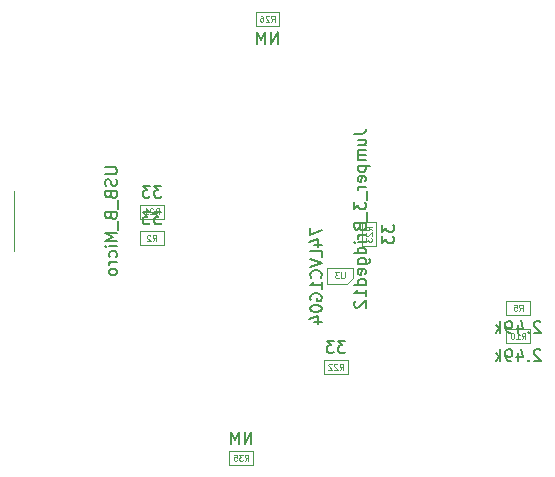
<source format=gbr>
G04 #@! TF.GenerationSoftware,KiCad,Pcbnew,(5.99.0-97-g37fac7a8f)*
G04 #@! TF.CreationDate,2019-11-17T20:53:56+01:00*
G04 #@! TF.ProjectId,canbox,63616e62-6f78-42e6-9b69-6361645f7063,rev?*
G04 #@! TF.SameCoordinates,Original*
G04 #@! TF.FileFunction,Other,Fab,Bot*
%FSLAX46Y46*%
G04 Gerber Fmt 4.6, Leading zero omitted, Abs format (unit mm)*
G04 Created by KiCad (PCBNEW (5.99.0-97-g37fac7a8f)) date 2019-11-17 20:53:56*
%MOMM*%
%LPD*%
G04 APERTURE LIST*
%ADD10C,0.100000*%
%ADD11C,0.120000*%
%ADD12C,0.150000*%
%ADD13C,0.080000*%
%ADD14C,0.075000*%
G04 APERTURE END LIST*
D10*
X38175040Y-63670040D02*
X38175040Y-64870040D01*
X38175040Y-64870040D02*
X40175040Y-64870040D01*
X40175040Y-64870040D02*
X40175040Y-63670040D01*
X40175040Y-63670040D02*
X38175040Y-63670040D01*
X42395040Y-27700040D02*
X42395040Y-26500040D01*
X42395040Y-26500040D02*
X40395040Y-26500040D01*
X40395040Y-26500040D02*
X40395040Y-27700040D01*
X40395040Y-27700040D02*
X42395040Y-27700040D01*
X48645040Y-48160040D02*
X48645040Y-49010040D01*
X48145040Y-49510040D02*
X46445040Y-49510040D01*
X48645040Y-48160040D02*
X46445040Y-48160040D01*
X46445040Y-48160040D02*
X46445040Y-49510040D01*
X48645040Y-49010040D02*
X48145040Y-49510040D01*
X50595040Y-44330040D02*
X49395040Y-44330040D01*
X49395040Y-44330040D02*
X49395040Y-46330040D01*
X49395040Y-46330040D02*
X50595040Y-46330040D01*
X50595040Y-46330040D02*
X50595040Y-44330040D01*
X46190040Y-55965040D02*
X46190040Y-57165040D01*
X46190040Y-57165040D02*
X48190040Y-57165040D01*
X48190040Y-57165040D02*
X48190040Y-55965040D01*
X48190040Y-55965040D02*
X46190040Y-55965040D01*
X32601859Y-42816331D02*
X30601859Y-42816331D01*
X32601859Y-44016331D02*
X32601859Y-42816331D01*
X30601859Y-44016331D02*
X32601859Y-44016331D01*
X30601859Y-42816331D02*
X30601859Y-44016331D01*
X32601859Y-45076331D02*
X30601859Y-45076331D01*
X32601859Y-46276331D02*
X32601859Y-45076331D01*
X30601859Y-46276331D02*
X32601859Y-46276331D01*
X30601859Y-45076331D02*
X30601859Y-46276331D01*
D11*
X19935040Y-46740040D02*
X19935040Y-41660040D01*
D10*
X61625658Y-54574459D02*
X63625658Y-54574459D01*
X61625658Y-53374459D02*
X61625658Y-54574459D01*
X63625658Y-53374459D02*
X61625658Y-53374459D01*
X63625658Y-54574459D02*
X63625658Y-53374459D01*
X61625658Y-52174459D02*
X63625658Y-52174459D01*
X61625658Y-50974459D02*
X61625658Y-52174459D01*
X63625658Y-50974459D02*
X61625658Y-50974459D01*
X63625658Y-52174459D02*
X63625658Y-50974459D01*
D12*
X40032182Y-63072420D02*
X40032182Y-62072420D01*
X39460754Y-63072420D01*
X39460754Y-62072420D01*
X38984563Y-63072420D02*
X38984563Y-62072420D01*
X38651230Y-62786706D01*
X38317897Y-62072420D01*
X38317897Y-63072420D01*
D13*
X39496468Y-64496230D02*
X39663135Y-64258135D01*
X39782182Y-64496230D02*
X39782182Y-63996230D01*
X39591706Y-63996230D01*
X39544087Y-64020040D01*
X39520278Y-64043849D01*
X39496468Y-64091468D01*
X39496468Y-64162897D01*
X39520278Y-64210516D01*
X39544087Y-64234325D01*
X39591706Y-64258135D01*
X39782182Y-64258135D01*
X39329801Y-63996230D02*
X39020278Y-63996230D01*
X39186944Y-64186706D01*
X39115516Y-64186706D01*
X39067897Y-64210516D01*
X39044087Y-64234325D01*
X39020278Y-64281944D01*
X39020278Y-64400992D01*
X39044087Y-64448611D01*
X39067897Y-64472420D01*
X39115516Y-64496230D01*
X39258373Y-64496230D01*
X39305992Y-64472420D01*
X39329801Y-64448611D01*
X38567897Y-63996230D02*
X38805992Y-63996230D01*
X38829801Y-64234325D01*
X38805992Y-64210516D01*
X38758373Y-64186706D01*
X38639325Y-64186706D01*
X38591706Y-64210516D01*
X38567897Y-64234325D01*
X38544087Y-64281944D01*
X38544087Y-64400992D01*
X38567897Y-64448611D01*
X38591706Y-64472420D01*
X38639325Y-64496230D01*
X38758373Y-64496230D01*
X38805992Y-64472420D01*
X38829801Y-64448611D01*
D12*
X42252182Y-29202420D02*
X42252182Y-28202420D01*
X41680754Y-29202420D01*
X41680754Y-28202420D01*
X41204563Y-29202420D02*
X41204563Y-28202420D01*
X40871230Y-28916706D01*
X40537897Y-28202420D01*
X40537897Y-29202420D01*
D13*
X41716468Y-27326230D02*
X41883135Y-27088135D01*
X42002182Y-27326230D02*
X42002182Y-26826230D01*
X41811706Y-26826230D01*
X41764087Y-26850040D01*
X41740278Y-26873849D01*
X41716468Y-26921468D01*
X41716468Y-26992897D01*
X41740278Y-27040516D01*
X41764087Y-27064325D01*
X41811706Y-27088135D01*
X42002182Y-27088135D01*
X41525992Y-26873849D02*
X41502182Y-26850040D01*
X41454563Y-26826230D01*
X41335516Y-26826230D01*
X41287897Y-26850040D01*
X41264087Y-26873849D01*
X41240278Y-26921468D01*
X41240278Y-26969087D01*
X41264087Y-27040516D01*
X41549801Y-27326230D01*
X41240278Y-27326230D01*
X40811706Y-26826230D02*
X40906944Y-26826230D01*
X40954563Y-26850040D01*
X40978373Y-26873849D01*
X41025992Y-26945278D01*
X41049801Y-27040516D01*
X41049801Y-27230992D01*
X41025992Y-27278611D01*
X41002182Y-27302420D01*
X40954563Y-27326230D01*
X40859325Y-27326230D01*
X40811706Y-27302420D01*
X40787897Y-27278611D01*
X40764087Y-27230992D01*
X40764087Y-27111944D01*
X40787897Y-27064325D01*
X40811706Y-27040516D01*
X40859325Y-27016706D01*
X40954563Y-27016706D01*
X41002182Y-27040516D01*
X41025992Y-27064325D01*
X41049801Y-27111944D01*
D12*
X44997420Y-44763611D02*
X44997420Y-45430278D01*
X45997420Y-45001706D01*
X45330754Y-46239801D02*
X45997420Y-46239801D01*
X44949801Y-46001706D02*
X45664087Y-45763611D01*
X45664087Y-46382659D01*
X45997420Y-47239801D02*
X45997420Y-46763611D01*
X44997420Y-46763611D01*
X44997420Y-47430278D02*
X45997420Y-47763611D01*
X44997420Y-48096944D01*
X45902182Y-49001706D02*
X45949801Y-48954087D01*
X45997420Y-48811230D01*
X45997420Y-48715992D01*
X45949801Y-48573135D01*
X45854563Y-48477897D01*
X45759325Y-48430278D01*
X45568849Y-48382659D01*
X45425992Y-48382659D01*
X45235516Y-48430278D01*
X45140278Y-48477897D01*
X45045040Y-48573135D01*
X44997420Y-48715992D01*
X44997420Y-48811230D01*
X45045040Y-48954087D01*
X45092659Y-49001706D01*
X45997420Y-49954087D02*
X45997420Y-49382659D01*
X45997420Y-49668373D02*
X44997420Y-49668373D01*
X45140278Y-49573135D01*
X45235516Y-49477897D01*
X45283135Y-49382659D01*
X45045040Y-50906468D02*
X44997420Y-50811230D01*
X44997420Y-50668373D01*
X45045040Y-50525516D01*
X45140278Y-50430278D01*
X45235516Y-50382659D01*
X45425992Y-50335040D01*
X45568849Y-50335040D01*
X45759325Y-50382659D01*
X45854563Y-50430278D01*
X45949801Y-50525516D01*
X45997420Y-50668373D01*
X45997420Y-50763611D01*
X45949801Y-50906468D01*
X45902182Y-50954087D01*
X45568849Y-50954087D01*
X45568849Y-50763611D01*
X44997420Y-51573135D02*
X44997420Y-51668373D01*
X45045040Y-51763611D01*
X45092659Y-51811230D01*
X45187897Y-51858849D01*
X45378373Y-51906468D01*
X45616468Y-51906468D01*
X45806944Y-51858849D01*
X45902182Y-51811230D01*
X45949801Y-51763611D01*
X45997420Y-51668373D01*
X45997420Y-51573135D01*
X45949801Y-51477897D01*
X45902182Y-51430278D01*
X45806944Y-51382659D01*
X45616468Y-51335040D01*
X45378373Y-51335040D01*
X45187897Y-51382659D01*
X45092659Y-51430278D01*
X45045040Y-51477897D01*
X44997420Y-51573135D01*
X45330754Y-52763611D02*
X45997420Y-52763611D01*
X44949801Y-52525516D02*
X45664087Y-52287420D01*
X45664087Y-52906468D01*
D14*
X47925992Y-48561230D02*
X47925992Y-48965992D01*
X47902182Y-49013611D01*
X47878373Y-49037420D01*
X47830754Y-49061230D01*
X47735516Y-49061230D01*
X47687897Y-49037420D01*
X47664087Y-49013611D01*
X47640278Y-48965992D01*
X47640278Y-48561230D01*
X47449801Y-48561230D02*
X47140278Y-48561230D01*
X47306944Y-48751706D01*
X47235516Y-48751706D01*
X47187897Y-48775516D01*
X47164087Y-48799325D01*
X47140278Y-48846944D01*
X47140278Y-48965992D01*
X47164087Y-49013611D01*
X47187897Y-49037420D01*
X47235516Y-49061230D01*
X47378373Y-49061230D01*
X47425992Y-49037420D01*
X47449801Y-49013611D01*
D12*
X51097420Y-44520516D02*
X51097420Y-45139563D01*
X51478373Y-44806230D01*
X51478373Y-44949087D01*
X51525992Y-45044325D01*
X51573611Y-45091944D01*
X51668849Y-45139563D01*
X51906944Y-45139563D01*
X52002182Y-45091944D01*
X52049801Y-45044325D01*
X52097420Y-44949087D01*
X52097420Y-44663373D01*
X52049801Y-44568135D01*
X52002182Y-44520516D01*
X51097420Y-45472897D02*
X51097420Y-46091944D01*
X51478373Y-45758611D01*
X51478373Y-45901468D01*
X51525992Y-45996706D01*
X51573611Y-46044325D01*
X51668849Y-46091944D01*
X51906944Y-46091944D01*
X52002182Y-46044325D01*
X52049801Y-45996706D01*
X52097420Y-45901468D01*
X52097420Y-45615754D01*
X52049801Y-45520516D01*
X52002182Y-45472897D01*
D13*
X50221230Y-45008611D02*
X49983135Y-44841944D01*
X50221230Y-44722897D02*
X49721230Y-44722897D01*
X49721230Y-44913373D01*
X49745040Y-44960992D01*
X49768849Y-44984801D01*
X49816468Y-45008611D01*
X49887897Y-45008611D01*
X49935516Y-44984801D01*
X49959325Y-44960992D01*
X49983135Y-44913373D01*
X49983135Y-44722897D01*
X49768849Y-45199087D02*
X49745040Y-45222897D01*
X49721230Y-45270516D01*
X49721230Y-45389563D01*
X49745040Y-45437182D01*
X49768849Y-45460992D01*
X49816468Y-45484801D01*
X49864087Y-45484801D01*
X49935516Y-45460992D01*
X50221230Y-45175278D01*
X50221230Y-45484801D01*
X49721230Y-45651468D02*
X49721230Y-45960992D01*
X49911706Y-45794325D01*
X49911706Y-45865754D01*
X49935516Y-45913373D01*
X49959325Y-45937182D01*
X50006944Y-45960992D01*
X50125992Y-45960992D01*
X50173611Y-45937182D01*
X50197420Y-45913373D01*
X50221230Y-45865754D01*
X50221230Y-45722897D01*
X50197420Y-45675278D01*
X50173611Y-45651468D01*
D12*
X47999563Y-54367420D02*
X47380516Y-54367420D01*
X47713849Y-54748373D01*
X47570992Y-54748373D01*
X47475754Y-54795992D01*
X47428135Y-54843611D01*
X47380516Y-54938849D01*
X47380516Y-55176944D01*
X47428135Y-55272182D01*
X47475754Y-55319801D01*
X47570992Y-55367420D01*
X47856706Y-55367420D01*
X47951944Y-55319801D01*
X47999563Y-55272182D01*
X47047182Y-54367420D02*
X46428135Y-54367420D01*
X46761468Y-54748373D01*
X46618611Y-54748373D01*
X46523373Y-54795992D01*
X46475754Y-54843611D01*
X46428135Y-54938849D01*
X46428135Y-55176944D01*
X46475754Y-55272182D01*
X46523373Y-55319801D01*
X46618611Y-55367420D01*
X46904325Y-55367420D01*
X46999563Y-55319801D01*
X47047182Y-55272182D01*
D13*
X47511468Y-56791230D02*
X47678135Y-56553135D01*
X47797182Y-56791230D02*
X47797182Y-56291230D01*
X47606706Y-56291230D01*
X47559087Y-56315040D01*
X47535278Y-56338849D01*
X47511468Y-56386468D01*
X47511468Y-56457897D01*
X47535278Y-56505516D01*
X47559087Y-56529325D01*
X47606706Y-56553135D01*
X47797182Y-56553135D01*
X47320992Y-56338849D02*
X47297182Y-56315040D01*
X47249563Y-56291230D01*
X47130516Y-56291230D01*
X47082897Y-56315040D01*
X47059087Y-56338849D01*
X47035278Y-56386468D01*
X47035278Y-56434087D01*
X47059087Y-56505516D01*
X47344801Y-56791230D01*
X47035278Y-56791230D01*
X46844801Y-56338849D02*
X46820992Y-56315040D01*
X46773373Y-56291230D01*
X46654325Y-56291230D01*
X46606706Y-56315040D01*
X46582897Y-56338849D01*
X46559087Y-56386468D01*
X46559087Y-56434087D01*
X46582897Y-56505516D01*
X46868611Y-56791230D01*
X46559087Y-56791230D01*
D12*
X48727420Y-36834563D02*
X49441706Y-36834563D01*
X49584563Y-36786944D01*
X49679801Y-36691706D01*
X49727420Y-36548849D01*
X49727420Y-36453611D01*
X49060754Y-37739325D02*
X49727420Y-37739325D01*
X49060754Y-37310754D02*
X49584563Y-37310754D01*
X49679801Y-37358373D01*
X49727420Y-37453611D01*
X49727420Y-37596468D01*
X49679801Y-37691706D01*
X49632182Y-37739325D01*
X49727420Y-38215516D02*
X49060754Y-38215516D01*
X49155992Y-38215516D02*
X49108373Y-38263135D01*
X49060754Y-38358373D01*
X49060754Y-38501230D01*
X49108373Y-38596468D01*
X49203611Y-38644087D01*
X49727420Y-38644087D01*
X49203611Y-38644087D02*
X49108373Y-38691706D01*
X49060754Y-38786944D01*
X49060754Y-38929801D01*
X49108373Y-39025040D01*
X49203611Y-39072659D01*
X49727420Y-39072659D01*
X49060754Y-39548849D02*
X50060754Y-39548849D01*
X49108373Y-39548849D02*
X49060754Y-39644087D01*
X49060754Y-39834563D01*
X49108373Y-39929801D01*
X49155992Y-39977420D01*
X49251230Y-40025040D01*
X49536944Y-40025040D01*
X49632182Y-39977420D01*
X49679801Y-39929801D01*
X49727420Y-39834563D01*
X49727420Y-39644087D01*
X49679801Y-39548849D01*
X49679801Y-40834563D02*
X49727420Y-40739325D01*
X49727420Y-40548849D01*
X49679801Y-40453611D01*
X49584563Y-40405992D01*
X49203611Y-40405992D01*
X49108373Y-40453611D01*
X49060754Y-40548849D01*
X49060754Y-40739325D01*
X49108373Y-40834563D01*
X49203611Y-40882182D01*
X49298849Y-40882182D01*
X49394087Y-40405992D01*
X49727420Y-41310754D02*
X49060754Y-41310754D01*
X49251230Y-41310754D02*
X49155992Y-41358373D01*
X49108373Y-41405992D01*
X49060754Y-41501230D01*
X49060754Y-41596468D01*
X49822659Y-41691706D02*
X49822659Y-42453611D01*
X48727420Y-42596468D02*
X48727420Y-43215516D01*
X49108373Y-42882182D01*
X49108373Y-43025040D01*
X49155992Y-43120278D01*
X49203611Y-43167897D01*
X49298849Y-43215516D01*
X49536944Y-43215516D01*
X49632182Y-43167897D01*
X49679801Y-43120278D01*
X49727420Y-43025040D01*
X49727420Y-42739325D01*
X49679801Y-42644087D01*
X49632182Y-42596468D01*
X49822659Y-43405992D02*
X49822659Y-44167897D01*
X49203611Y-44739325D02*
X49251230Y-44882182D01*
X49298849Y-44929801D01*
X49394087Y-44977420D01*
X49536944Y-44977420D01*
X49632182Y-44929801D01*
X49679801Y-44882182D01*
X49727420Y-44786944D01*
X49727420Y-44405992D01*
X48727420Y-44405992D01*
X48727420Y-44739325D01*
X48775040Y-44834563D01*
X48822659Y-44882182D01*
X48917897Y-44929801D01*
X49013135Y-44929801D01*
X49108373Y-44882182D01*
X49155992Y-44834563D01*
X49203611Y-44739325D01*
X49203611Y-44405992D01*
X49727420Y-45405992D02*
X49060754Y-45405992D01*
X49251230Y-45405992D02*
X49155992Y-45453611D01*
X49108373Y-45501230D01*
X49060754Y-45596468D01*
X49060754Y-45691706D01*
X49727420Y-46025040D02*
X49060754Y-46025040D01*
X48727420Y-46025040D02*
X48775040Y-45977420D01*
X48822659Y-46025040D01*
X48775040Y-46072659D01*
X48727420Y-46025040D01*
X48822659Y-46025040D01*
X49727420Y-46929801D02*
X48727420Y-46929801D01*
X49679801Y-46929801D02*
X49727420Y-46834563D01*
X49727420Y-46644087D01*
X49679801Y-46548849D01*
X49632182Y-46501230D01*
X49536944Y-46453611D01*
X49251230Y-46453611D01*
X49155992Y-46501230D01*
X49108373Y-46548849D01*
X49060754Y-46644087D01*
X49060754Y-46834563D01*
X49108373Y-46929801D01*
X49060754Y-47834563D02*
X49870278Y-47834563D01*
X49965516Y-47786944D01*
X50013135Y-47739325D01*
X50060754Y-47644087D01*
X50060754Y-47501230D01*
X50013135Y-47405992D01*
X49679801Y-47834563D02*
X49727420Y-47739325D01*
X49727420Y-47548849D01*
X49679801Y-47453611D01*
X49632182Y-47405992D01*
X49536944Y-47358373D01*
X49251230Y-47358373D01*
X49155992Y-47405992D01*
X49108373Y-47453611D01*
X49060754Y-47548849D01*
X49060754Y-47739325D01*
X49108373Y-47834563D01*
X49679801Y-48691706D02*
X49727420Y-48596468D01*
X49727420Y-48405992D01*
X49679801Y-48310754D01*
X49584563Y-48263135D01*
X49203611Y-48263135D01*
X49108373Y-48310754D01*
X49060754Y-48405992D01*
X49060754Y-48596468D01*
X49108373Y-48691706D01*
X49203611Y-48739325D01*
X49298849Y-48739325D01*
X49394087Y-48263135D01*
X49727420Y-49596468D02*
X48727420Y-49596468D01*
X49679801Y-49596468D02*
X49727420Y-49501230D01*
X49727420Y-49310754D01*
X49679801Y-49215516D01*
X49632182Y-49167897D01*
X49536944Y-49120278D01*
X49251230Y-49120278D01*
X49155992Y-49167897D01*
X49108373Y-49215516D01*
X49060754Y-49310754D01*
X49060754Y-49501230D01*
X49108373Y-49596468D01*
X49727420Y-50596468D02*
X49727420Y-50025040D01*
X49727420Y-50310754D02*
X48727420Y-50310754D01*
X48870278Y-50215516D01*
X48965516Y-50120278D01*
X49013135Y-50025040D01*
X48822659Y-50977420D02*
X48775040Y-51025040D01*
X48727420Y-51120278D01*
X48727420Y-51358373D01*
X48775040Y-51453611D01*
X48822659Y-51501230D01*
X48917897Y-51548849D01*
X49013135Y-51548849D01*
X49155992Y-51501230D01*
X49727420Y-50929801D01*
X49727420Y-51548849D01*
X32411382Y-41218711D02*
X31792335Y-41218711D01*
X32125668Y-41599664D01*
X31982811Y-41599664D01*
X31887573Y-41647283D01*
X31839954Y-41694902D01*
X31792335Y-41790140D01*
X31792335Y-42028235D01*
X31839954Y-42123473D01*
X31887573Y-42171092D01*
X31982811Y-42218711D01*
X32268525Y-42218711D01*
X32363763Y-42171092D01*
X32411382Y-42123473D01*
X31459001Y-41218711D02*
X30839954Y-41218711D01*
X31173287Y-41599664D01*
X31030430Y-41599664D01*
X30935192Y-41647283D01*
X30887573Y-41694902D01*
X30839954Y-41790140D01*
X30839954Y-42028235D01*
X30887573Y-42123473D01*
X30935192Y-42171092D01*
X31030430Y-42218711D01*
X31316144Y-42218711D01*
X31411382Y-42171092D01*
X31459001Y-42123473D01*
D13*
X31923287Y-43642521D02*
X32089954Y-43404426D01*
X32209001Y-43642521D02*
X32209001Y-43142521D01*
X32018525Y-43142521D01*
X31970906Y-43166331D01*
X31947097Y-43190140D01*
X31923287Y-43237759D01*
X31923287Y-43309188D01*
X31947097Y-43356807D01*
X31970906Y-43380616D01*
X32018525Y-43404426D01*
X32209001Y-43404426D01*
X31732811Y-43190140D02*
X31709001Y-43166331D01*
X31661382Y-43142521D01*
X31542335Y-43142521D01*
X31494716Y-43166331D01*
X31470906Y-43190140D01*
X31447097Y-43237759D01*
X31447097Y-43285378D01*
X31470906Y-43356807D01*
X31756620Y-43642521D01*
X31447097Y-43642521D01*
X30970906Y-43642521D02*
X31256620Y-43642521D01*
X31113763Y-43642521D02*
X31113763Y-43142521D01*
X31161382Y-43213950D01*
X31209001Y-43261569D01*
X31256620Y-43285378D01*
D12*
X32411382Y-43478711D02*
X31792335Y-43478711D01*
X32125668Y-43859664D01*
X31982811Y-43859664D01*
X31887573Y-43907283D01*
X31839954Y-43954902D01*
X31792335Y-44050140D01*
X31792335Y-44288235D01*
X31839954Y-44383473D01*
X31887573Y-44431092D01*
X31982811Y-44478711D01*
X32268525Y-44478711D01*
X32363763Y-44431092D01*
X32411382Y-44383473D01*
X31459001Y-43478711D02*
X30839954Y-43478711D01*
X31173287Y-43859664D01*
X31030430Y-43859664D01*
X30935192Y-43907283D01*
X30887573Y-43954902D01*
X30839954Y-44050140D01*
X30839954Y-44288235D01*
X30887573Y-44383473D01*
X30935192Y-44431092D01*
X31030430Y-44478711D01*
X31316144Y-44478711D01*
X31411382Y-44431092D01*
X31459001Y-44383473D01*
D13*
X31685192Y-45902521D02*
X31851859Y-45664426D01*
X31970906Y-45902521D02*
X31970906Y-45402521D01*
X31780430Y-45402521D01*
X31732811Y-45426331D01*
X31709001Y-45450140D01*
X31685192Y-45497759D01*
X31685192Y-45569188D01*
X31709001Y-45616807D01*
X31732811Y-45640616D01*
X31780430Y-45664426D01*
X31970906Y-45664426D01*
X31494716Y-45450140D02*
X31470906Y-45426331D01*
X31423287Y-45402521D01*
X31304239Y-45402521D01*
X31256620Y-45426331D01*
X31232811Y-45450140D01*
X31209001Y-45497759D01*
X31209001Y-45545378D01*
X31232811Y-45616807D01*
X31518525Y-45902521D01*
X31209001Y-45902521D01*
D12*
X27647420Y-39676230D02*
X28456944Y-39676230D01*
X28552182Y-39723849D01*
X28599801Y-39771468D01*
X28647420Y-39866706D01*
X28647420Y-40057182D01*
X28599801Y-40152420D01*
X28552182Y-40200040D01*
X28456944Y-40247659D01*
X27647420Y-40247659D01*
X28599801Y-40676230D02*
X28647420Y-40819087D01*
X28647420Y-41057182D01*
X28599801Y-41152420D01*
X28552182Y-41200040D01*
X28456944Y-41247659D01*
X28361706Y-41247659D01*
X28266468Y-41200040D01*
X28218849Y-41152420D01*
X28171230Y-41057182D01*
X28123611Y-40866706D01*
X28075992Y-40771468D01*
X28028373Y-40723849D01*
X27933135Y-40676230D01*
X27837897Y-40676230D01*
X27742659Y-40723849D01*
X27695040Y-40771468D01*
X27647420Y-40866706D01*
X27647420Y-41104801D01*
X27695040Y-41247659D01*
X28123611Y-42009563D02*
X28171230Y-42152420D01*
X28218849Y-42200040D01*
X28314087Y-42247659D01*
X28456944Y-42247659D01*
X28552182Y-42200040D01*
X28599801Y-42152420D01*
X28647420Y-42057182D01*
X28647420Y-41676230D01*
X27647420Y-41676230D01*
X27647420Y-42009563D01*
X27695040Y-42104801D01*
X27742659Y-42152420D01*
X27837897Y-42200040D01*
X27933135Y-42200040D01*
X28028373Y-42152420D01*
X28075992Y-42104801D01*
X28123611Y-42009563D01*
X28123611Y-41676230D01*
X28742659Y-42438135D02*
X28742659Y-43200040D01*
X28123611Y-43771468D02*
X28171230Y-43914325D01*
X28218849Y-43961944D01*
X28314087Y-44009563D01*
X28456944Y-44009563D01*
X28552182Y-43961944D01*
X28599801Y-43914325D01*
X28647420Y-43819087D01*
X28647420Y-43438135D01*
X27647420Y-43438135D01*
X27647420Y-43771468D01*
X27695040Y-43866706D01*
X27742659Y-43914325D01*
X27837897Y-43961944D01*
X27933135Y-43961944D01*
X28028373Y-43914325D01*
X28075992Y-43866706D01*
X28123611Y-43771468D01*
X28123611Y-43438135D01*
X28742659Y-44200040D02*
X28742659Y-44961944D01*
X28647420Y-45200040D02*
X27647420Y-45200040D01*
X28361706Y-45533373D01*
X27647420Y-45866706D01*
X28647420Y-45866706D01*
X28647420Y-46342897D02*
X27980754Y-46342897D01*
X27647420Y-46342897D02*
X27695040Y-46295278D01*
X27742659Y-46342897D01*
X27695040Y-46390516D01*
X27647420Y-46342897D01*
X27742659Y-46342897D01*
X28599801Y-47247659D02*
X28647420Y-47152420D01*
X28647420Y-46961944D01*
X28599801Y-46866706D01*
X28552182Y-46819087D01*
X28456944Y-46771468D01*
X28171230Y-46771468D01*
X28075992Y-46819087D01*
X28028373Y-46866706D01*
X27980754Y-46961944D01*
X27980754Y-47152420D01*
X28028373Y-47247659D01*
X28647420Y-47676230D02*
X27980754Y-47676230D01*
X28171230Y-47676230D02*
X28075992Y-47723849D01*
X28028373Y-47771468D01*
X27980754Y-47866706D01*
X27980754Y-47961944D01*
X28647420Y-48438135D02*
X28599801Y-48342897D01*
X28552182Y-48295278D01*
X28456944Y-48247659D01*
X28171230Y-48247659D01*
X28075992Y-48295278D01*
X28028373Y-48342897D01*
X27980754Y-48438135D01*
X27980754Y-48580992D01*
X28028373Y-48676230D01*
X28075992Y-48723849D01*
X28171230Y-48771468D01*
X28456944Y-48771468D01*
X28552182Y-48723849D01*
X28599801Y-48676230D01*
X28647420Y-48580992D01*
X28647420Y-48438135D01*
X64506610Y-55172078D02*
X64458991Y-55124459D01*
X64363753Y-55076839D01*
X64125658Y-55076839D01*
X64030419Y-55124459D01*
X63982800Y-55172078D01*
X63935181Y-55267316D01*
X63935181Y-55362554D01*
X63982800Y-55505411D01*
X64554229Y-56076839D01*
X63935181Y-56076839D01*
X63506610Y-55981601D02*
X63458991Y-56029220D01*
X63506610Y-56076839D01*
X63554229Y-56029220D01*
X63506610Y-55981601D01*
X63506610Y-56076839D01*
X62601848Y-55410173D02*
X62601848Y-56076839D01*
X62839943Y-55029220D02*
X63078038Y-55743506D01*
X62458991Y-55743506D01*
X62030419Y-56076839D02*
X61839943Y-56076839D01*
X61744705Y-56029220D01*
X61697086Y-55981601D01*
X61601848Y-55838744D01*
X61554229Y-55648268D01*
X61554229Y-55267316D01*
X61601848Y-55172078D01*
X61649467Y-55124459D01*
X61744705Y-55076839D01*
X61935181Y-55076839D01*
X62030419Y-55124459D01*
X62078038Y-55172078D01*
X62125658Y-55267316D01*
X62125658Y-55505411D01*
X62078038Y-55600649D01*
X62030419Y-55648268D01*
X61935181Y-55695887D01*
X61744705Y-55695887D01*
X61649467Y-55648268D01*
X61601848Y-55600649D01*
X61554229Y-55505411D01*
X61125658Y-56076839D02*
X61125658Y-55076839D01*
X61030419Y-55695887D02*
X60744705Y-56076839D01*
X60744705Y-55410173D02*
X61125658Y-55791125D01*
D13*
X62947086Y-54200649D02*
X63113753Y-53962554D01*
X63232800Y-54200649D02*
X63232800Y-53700649D01*
X63042324Y-53700649D01*
X62994705Y-53724459D01*
X62970896Y-53748268D01*
X62947086Y-53795887D01*
X62947086Y-53867316D01*
X62970896Y-53914935D01*
X62994705Y-53938744D01*
X63042324Y-53962554D01*
X63232800Y-53962554D01*
X62470896Y-54200649D02*
X62756610Y-54200649D01*
X62613753Y-54200649D02*
X62613753Y-53700649D01*
X62661372Y-53772078D01*
X62708991Y-53819697D01*
X62756610Y-53843506D01*
X62161372Y-53700649D02*
X62113753Y-53700649D01*
X62066134Y-53724459D01*
X62042324Y-53748268D01*
X62018515Y-53795887D01*
X61994705Y-53891125D01*
X61994705Y-54010173D01*
X62018515Y-54105411D01*
X62042324Y-54153030D01*
X62066134Y-54176839D01*
X62113753Y-54200649D01*
X62161372Y-54200649D01*
X62208991Y-54176839D01*
X62232800Y-54153030D01*
X62256610Y-54105411D01*
X62280419Y-54010173D01*
X62280419Y-53891125D01*
X62256610Y-53795887D01*
X62232800Y-53748268D01*
X62208991Y-53724459D01*
X62161372Y-53700649D01*
D12*
X64506610Y-52772078D02*
X64458991Y-52724459D01*
X64363753Y-52676839D01*
X64125658Y-52676839D01*
X64030419Y-52724459D01*
X63982800Y-52772078D01*
X63935181Y-52867316D01*
X63935181Y-52962554D01*
X63982800Y-53105411D01*
X64554229Y-53676839D01*
X63935181Y-53676839D01*
X63506610Y-53581601D02*
X63458991Y-53629220D01*
X63506610Y-53676839D01*
X63554229Y-53629220D01*
X63506610Y-53581601D01*
X63506610Y-53676839D01*
X62601848Y-53010173D02*
X62601848Y-53676839D01*
X62839943Y-52629220D02*
X63078038Y-53343506D01*
X62458991Y-53343506D01*
X62030419Y-53676839D02*
X61839943Y-53676839D01*
X61744705Y-53629220D01*
X61697086Y-53581601D01*
X61601848Y-53438744D01*
X61554229Y-53248268D01*
X61554229Y-52867316D01*
X61601848Y-52772078D01*
X61649467Y-52724459D01*
X61744705Y-52676839D01*
X61935181Y-52676839D01*
X62030419Y-52724459D01*
X62078038Y-52772078D01*
X62125658Y-52867316D01*
X62125658Y-53105411D01*
X62078038Y-53200649D01*
X62030419Y-53248268D01*
X61935181Y-53295887D01*
X61744705Y-53295887D01*
X61649467Y-53248268D01*
X61601848Y-53200649D01*
X61554229Y-53105411D01*
X61125658Y-53676839D02*
X61125658Y-52676839D01*
X61030419Y-53295887D02*
X60744705Y-53676839D01*
X60744705Y-53010173D02*
X61125658Y-53391125D01*
D13*
X62708991Y-51800649D02*
X62875658Y-51562554D01*
X62994705Y-51800649D02*
X62994705Y-51300649D01*
X62804229Y-51300649D01*
X62756610Y-51324459D01*
X62732800Y-51348268D01*
X62708991Y-51395887D01*
X62708991Y-51467316D01*
X62732800Y-51514935D01*
X62756610Y-51538744D01*
X62804229Y-51562554D01*
X62994705Y-51562554D01*
X62256610Y-51300649D02*
X62494705Y-51300649D01*
X62518515Y-51538744D01*
X62494705Y-51514935D01*
X62447086Y-51491125D01*
X62328038Y-51491125D01*
X62280419Y-51514935D01*
X62256610Y-51538744D01*
X62232800Y-51586363D01*
X62232800Y-51705411D01*
X62256610Y-51753030D01*
X62280419Y-51776839D01*
X62328038Y-51800649D01*
X62447086Y-51800649D01*
X62494705Y-51776839D01*
X62518515Y-51753030D01*
M02*

</source>
